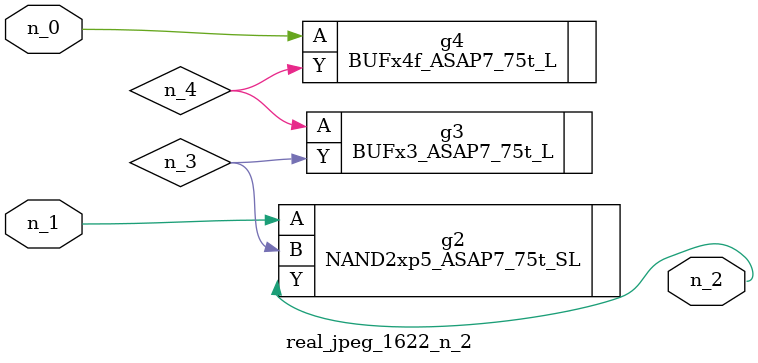
<source format=v>
module real_jpeg_1622_n_2 (n_1, n_0, n_2);

input n_1;
input n_0;

output n_2;

wire n_4;
wire n_3;

BUFx4f_ASAP7_75t_L g4 ( 
.A(n_0),
.Y(n_4)
);

NAND2xp5_ASAP7_75t_SL g2 ( 
.A(n_1),
.B(n_3),
.Y(n_2)
);

BUFx3_ASAP7_75t_L g3 ( 
.A(n_4),
.Y(n_3)
);


endmodule
</source>
